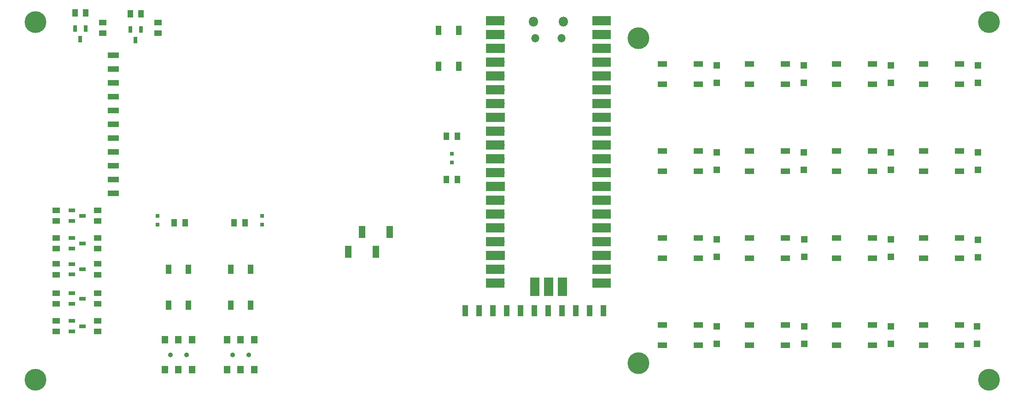
<source format=gbr>
%TF.GenerationSoftware,KiCad,Pcbnew,7.0.2-0*%
%TF.CreationDate,2023-10-11T20:45:17-05:00*%
%TF.ProjectId,CowPi-mk4b,436f7750-692d-46d6-9b34-622e6b696361,mk4b*%
%TF.SameCoordinates,Original*%
%TF.FileFunction,Soldermask,Top*%
%TF.FilePolarity,Negative*%
%FSLAX46Y46*%
G04 Gerber Fmt 4.6, Leading zero omitted, Abs format (unit mm)*
G04 Created by KiCad (PCBNEW 7.0.2-0) date 2023-10-11 20:45:17*
%MOMM*%
%LPD*%
G01*
G04 APERTURE LIST*
%ADD10R,1.700000X1.000000*%
%ADD11O,1.800000X1.800000*%
%ADD12O,1.500000X1.500000*%
%ADD13O,1.700000X1.700000*%
%ADD14R,3.500000X1.700000*%
%ADD15R,1.700000X1.700000*%
%ADD16R,1.700000X3.500000*%
%ADD17R,1.250013X0.700000*%
%ADD18R,1.200000X1.200000*%
%ADD19C,4.000000*%
%ADD20R,1.377013X1.132537*%
%ADD21R,1.132537X1.377013*%
%ADD22C,0.900025*%
%ADD23R,1.200000X1.400000*%
%ADD24R,1.000000X1.700000*%
%ADD25R,0.700000X1.250013*%
%ADD26R,0.800000X0.800000*%
%ADD27R,1.000000X2.000000*%
%ADD28R,1.270003X2.200000*%
%ADD29R,2.000000X1.000000*%
G04 APERTURE END LIST*
D10*
%TO.C,U15*%
X213770731Y-86162294D03*
X220370681Y-86162269D03*
X213770731Y-89862701D03*
X220370681Y-89862676D03*
%TD*%
D11*
%TO.C,U45*%
X142055000Y-62360000D03*
D12*
X142355000Y-65390000D03*
X147205000Y-65390000D03*
D11*
X147505000Y-62360000D03*
D13*
X135890000Y-62230000D03*
D14*
X134990000Y-62230000D03*
D13*
X135890000Y-64770000D03*
D14*
X134990000Y-64770000D03*
D15*
X135890000Y-67310000D03*
D14*
X134990000Y-67310000D03*
D13*
X135890000Y-69850000D03*
D14*
X134990000Y-69850000D03*
D13*
X135890000Y-72390000D03*
D14*
X134990000Y-72390000D03*
D13*
X135890000Y-74930000D03*
D14*
X134990000Y-74930000D03*
D13*
X135890000Y-77470000D03*
D14*
X134990000Y-77470000D03*
D15*
X135890000Y-80010000D03*
D14*
X134990000Y-80010000D03*
D13*
X135890000Y-82550000D03*
D14*
X134990000Y-82550000D03*
D13*
X135890000Y-85090000D03*
D14*
X134990000Y-85090000D03*
D13*
X135890000Y-87630000D03*
D14*
X134990000Y-87630000D03*
D13*
X135890000Y-90170000D03*
D14*
X134990000Y-90170000D03*
D15*
X135890000Y-92710000D03*
D14*
X134990000Y-92710000D03*
D13*
X135890000Y-95250000D03*
D14*
X134990000Y-95250000D03*
D13*
X135890000Y-97790000D03*
D14*
X134990000Y-97790000D03*
D13*
X135890000Y-100330000D03*
D14*
X134990000Y-100330000D03*
D13*
X135890000Y-102870000D03*
D14*
X134990000Y-102870000D03*
D15*
X135890000Y-105410000D03*
D14*
X134990000Y-105410000D03*
D13*
X135890000Y-107950000D03*
D14*
X134990000Y-107950000D03*
D13*
X135890000Y-110490000D03*
D14*
X134990000Y-110490000D03*
D13*
X153670000Y-110490000D03*
D14*
X154570000Y-110490000D03*
D13*
X153670000Y-107950000D03*
D14*
X154570000Y-107950000D03*
D15*
X153670000Y-105410000D03*
D14*
X154570000Y-105410000D03*
D13*
X153670000Y-102870000D03*
D14*
X154570000Y-102870000D03*
D13*
X153670000Y-100330000D03*
D14*
X154570000Y-100330000D03*
D13*
X153670000Y-97790000D03*
D14*
X154570000Y-97790000D03*
D13*
X153670000Y-95250000D03*
D14*
X154570000Y-95250000D03*
D15*
X153670000Y-92710000D03*
D14*
X154570000Y-92710000D03*
D13*
X153670000Y-90170000D03*
D14*
X154570000Y-90170000D03*
D13*
X153670000Y-87630000D03*
D14*
X154570000Y-87630000D03*
D13*
X153670000Y-85090000D03*
D14*
X154570000Y-85090000D03*
D13*
X153670000Y-82550000D03*
D14*
X154570000Y-82550000D03*
D15*
X153670000Y-80010000D03*
D14*
X154570000Y-80010000D03*
D13*
X153670000Y-77470000D03*
D14*
X154570000Y-77470000D03*
D13*
X153670000Y-74930000D03*
D14*
X154570000Y-74930000D03*
D13*
X153670000Y-72390000D03*
D14*
X154570000Y-72390000D03*
D13*
X153670000Y-69850000D03*
D14*
X154570000Y-69850000D03*
D15*
X153670000Y-67310000D03*
D14*
X154570000Y-67310000D03*
D13*
X153670000Y-64770000D03*
D14*
X154570000Y-64770000D03*
D13*
X153670000Y-62230000D03*
D14*
X154570000Y-62230000D03*
D13*
X142240000Y-110260000D03*
D16*
X142240000Y-111160000D03*
D15*
X144780000Y-110260000D03*
D16*
X144780000Y-111160000D03*
D13*
X147320000Y-110260000D03*
D16*
X147320000Y-111160000D03*
%TD*%
D17*
%TO.C,U42*%
X57150000Y-106950000D03*
X57150000Y-108849924D03*
X59150000Y-107899962D03*
%TD*%
D10*
%TO.C,U7*%
X213770731Y-70162294D03*
X220370681Y-70162269D03*
X213770731Y-73862701D03*
X220370681Y-73862676D03*
%TD*%
D18*
%TO.C,U31*%
X223520000Y-121612561D03*
X223520000Y-118412409D03*
%TD*%
%TO.C,U16*%
X175690706Y-89612561D03*
X175690706Y-86412409D03*
%TD*%
%TO.C,U8*%
X223690706Y-73612561D03*
X223690706Y-70412409D03*
%TD*%
D19*
%TO.C,H4*%
X225720656Y-62442701D03*
%TD*%
D20*
%TO.C,R17*%
X54340000Y-99060000D03*
X54340000Y-97060000D03*
%TD*%
%TO.C,R1*%
X54340000Y-119380000D03*
X54340000Y-117380000D03*
%TD*%
D21*
%TO.C,R13*%
X57740038Y-60799981D03*
X59740038Y-60799981D03*
%TD*%
D20*
%TO.C,R18*%
X61960000Y-97060000D03*
X61960000Y-99060000D03*
%TD*%
D21*
%TO.C,R15*%
X67900038Y-60960000D03*
X69900038Y-60960000D03*
%TD*%
D18*
%TO.C,U12*%
X207690706Y-89612561D03*
X207690706Y-86412409D03*
%TD*%
D19*
%TO.C,H1*%
X50460656Y-128212701D03*
%TD*%
D10*
%TO.C,U17*%
X165770731Y-102162294D03*
X172370681Y-102162269D03*
X165770731Y-105862701D03*
X172370681Y-105862676D03*
%TD*%
D22*
%TO.C,U35*%
X75280318Y-123652650D03*
X78280318Y-123652650D03*
D23*
X74280318Y-126402714D03*
X76780191Y-126402714D03*
X79280064Y-126402714D03*
X74280318Y-120902586D03*
X76780191Y-120902586D03*
X79280064Y-120902586D03*
%TD*%
D24*
%TO.C,U34*%
X90060382Y-107920012D03*
X90060407Y-114519962D03*
X86359975Y-107920012D03*
X86360000Y-114519962D03*
%TD*%
D10*
%TO.C,U13*%
X197770731Y-86162294D03*
X204370681Y-86162269D03*
X197770731Y-89862701D03*
X204370681Y-89862676D03*
%TD*%
D21*
%TO.C,R10*%
X75976998Y-99378658D03*
X77976998Y-99378658D03*
%TD*%
D25*
%TO.C,U46*%
X59690000Y-63609981D03*
X57790076Y-63609981D03*
X58740038Y-65609981D03*
%TD*%
D10*
%TO.C,U26*%
X197770731Y-118162294D03*
X204370681Y-118162269D03*
X197770731Y-121862701D03*
X204370681Y-121862676D03*
%TD*%
D17*
%TO.C,U48*%
X57150000Y-97110038D03*
X57150000Y-99009962D03*
X59150000Y-98060000D03*
%TD*%
D10*
%TO.C,U9*%
X165770731Y-86162294D03*
X172370681Y-86162269D03*
X165770731Y-89862701D03*
X172370681Y-89862676D03*
%TD*%
D20*
%TO.C,R3*%
X54340000Y-114300000D03*
X54340000Y-112300000D03*
%TD*%
D10*
%TO.C,U18*%
X165770731Y-118162294D03*
X172370681Y-118162269D03*
X165770731Y-121862701D03*
X172370681Y-121862676D03*
%TD*%
D25*
%TO.C,U47*%
X69850000Y-63770000D03*
X67950076Y-63770000D03*
X68900038Y-65770000D03*
%TD*%
D18*
%TO.C,U6*%
X207690706Y-73612561D03*
X207690706Y-70412409D03*
%TD*%
D19*
%TO.C,H3*%
X50460656Y-62442701D03*
%TD*%
D10*
%TO.C,U22*%
X181770731Y-118162294D03*
X188370681Y-118162269D03*
X181770731Y-121862701D03*
X188370681Y-121862676D03*
%TD*%
D24*
%TO.C,U33*%
X78630382Y-107920012D03*
X78630407Y-114519962D03*
X74929975Y-107920012D03*
X74930000Y-114519962D03*
%TD*%
D26*
%TO.C,LED2*%
X72965886Y-98108658D03*
X72972744Y-99707592D03*
%TD*%
D20*
%TO.C,R8*%
X61960000Y-102140000D03*
X61960000Y-104140000D03*
%TD*%
D18*
%TO.C,U14*%
X191690706Y-89612561D03*
X191690706Y-86412409D03*
%TD*%
%TO.C,U20*%
X175690706Y-121612561D03*
X175690706Y-118412409D03*
%TD*%
D21*
%TO.C,R9*%
X126013056Y-83440000D03*
X128013056Y-83440000D03*
%TD*%
D20*
%TO.C,R16*%
X73010038Y-64500000D03*
X73010038Y-62500000D03*
%TD*%
D10*
%TO.C,U3*%
X181770731Y-70162294D03*
X188370681Y-70162269D03*
X181770731Y-73862701D03*
X188370681Y-73862676D03*
%TD*%
D24*
%TO.C,U37*%
X128269975Y-64010012D03*
X128270000Y-70609962D03*
X124569568Y-64010012D03*
X124569593Y-70609962D03*
%TD*%
D10*
%TO.C,U1*%
X165770731Y-70162294D03*
X172370681Y-70162269D03*
X165770731Y-73862701D03*
X172370681Y-73862676D03*
%TD*%
D17*
%TO.C,U40*%
X57150000Y-117430038D03*
X57150000Y-119329962D03*
X59150000Y-118380000D03*
%TD*%
D20*
%TO.C,R4*%
X61960000Y-112300000D03*
X61960000Y-114300000D03*
%TD*%
D27*
%TO.C,U38*%
X129501900Y-115531115D03*
X132041905Y-115531115D03*
X134581910Y-115531115D03*
X137121915Y-115531115D03*
X139661920Y-115531115D03*
X142201925Y-115531115D03*
X144741930Y-115531115D03*
X147281935Y-115531115D03*
X149821940Y-115531115D03*
X152361945Y-115531115D03*
X154901950Y-115531115D03*
%TD*%
D10*
%TO.C,U5*%
X197770731Y-70162294D03*
X204370681Y-70162269D03*
X197770731Y-73862701D03*
X204370681Y-73862676D03*
%TD*%
D20*
%TO.C,R7*%
X54340000Y-104140000D03*
X54340000Y-102140000D03*
%TD*%
D18*
%TO.C,U10*%
X223690706Y-89612561D03*
X223690706Y-86412409D03*
%TD*%
D26*
%TO.C,LED3*%
X92118842Y-98109191D03*
X92125700Y-99708125D03*
%TD*%
D21*
%TO.C,R12*%
X128013056Y-91440000D03*
X126013056Y-91440000D03*
%TD*%
D18*
%TO.C,U4*%
X191690706Y-73612561D03*
X191690706Y-70412409D03*
%TD*%
D20*
%TO.C,R6*%
X61960000Y-106899962D03*
X61960000Y-108899962D03*
%TD*%
D10*
%TO.C,U30*%
X213770731Y-118162294D03*
X220370681Y-118162269D03*
X213770731Y-121862701D03*
X220370681Y-121862676D03*
%TD*%
%TO.C,U11*%
X181770731Y-86162294D03*
X188370681Y-86162269D03*
X181770731Y-89862701D03*
X188370681Y-89862676D03*
%TD*%
D20*
%TO.C,R14*%
X62870076Y-64500000D03*
X62870076Y-62500000D03*
%TD*%
D19*
%TO.C,H6*%
X161290000Y-125212701D03*
%TD*%
D20*
%TO.C,R5*%
X54340000Y-108899962D03*
X54340000Y-106899962D03*
%TD*%
D19*
%TO.C,H5*%
X161290000Y-65442701D03*
%TD*%
D28*
%TO.C,J1*%
X107949984Y-104670102D03*
X110489989Y-101069898D03*
X113029995Y-104670102D03*
X115570000Y-101069898D03*
%TD*%
D18*
%TO.C,U19*%
X175690706Y-105612561D03*
X175690706Y-102412409D03*
%TD*%
D21*
%TO.C,R11*%
X89013383Y-99378658D03*
X87013383Y-99378658D03*
%TD*%
D20*
%TO.C,R2*%
X61960000Y-117380000D03*
X61960000Y-119380000D03*
%TD*%
D19*
%TO.C,H2*%
X225720656Y-128212701D03*
%TD*%
D26*
%TO.C,LED1*%
X127016485Y-88239467D03*
X127009627Y-86640533D03*
%TD*%
D18*
%TO.C,U24*%
X191770000Y-105612561D03*
X191770000Y-102412409D03*
%TD*%
%TO.C,U23*%
X191770000Y-121612561D03*
X191770000Y-118412409D03*
%TD*%
D17*
%TO.C,U41*%
X57150000Y-112350038D03*
X57150000Y-114249962D03*
X59150000Y-113300000D03*
%TD*%
D18*
%TO.C,U2*%
X175690706Y-73612561D03*
X175690706Y-70412409D03*
%TD*%
D10*
%TO.C,U25*%
X197770731Y-102162294D03*
X204370681Y-102162269D03*
X197770731Y-105862701D03*
X204370681Y-105862676D03*
%TD*%
D22*
%TO.C,U36*%
X86710318Y-123652650D03*
X89710318Y-123652650D03*
D23*
X85710318Y-126402714D03*
X88210191Y-126402714D03*
X90710064Y-126402714D03*
X85710318Y-120902586D03*
X88210191Y-120902586D03*
X90710064Y-120902586D03*
%TD*%
D10*
%TO.C,U21*%
X181770731Y-102162294D03*
X188370681Y-102162269D03*
X181770731Y-105862701D03*
X188370681Y-105862676D03*
%TD*%
D18*
%TO.C,U27*%
X207690706Y-105612561D03*
X207690706Y-102412409D03*
%TD*%
%TO.C,U28*%
X207690706Y-121612561D03*
X207690706Y-118412409D03*
%TD*%
%TO.C,U32*%
X223690706Y-105740076D03*
X223690706Y-102539924D03*
%TD*%
D29*
%TO.C,U39*%
X64770000Y-68579985D03*
X64770000Y-71119990D03*
X64770000Y-73659995D03*
X64770000Y-76200000D03*
X64770000Y-78740005D03*
X64770000Y-81280010D03*
X64770000Y-83820015D03*
X64770000Y-86360020D03*
X64770000Y-88900025D03*
X64770000Y-91440030D03*
X64770000Y-93980035D03*
%TD*%
D10*
%TO.C,U29*%
X213770731Y-102162294D03*
X220370681Y-102162269D03*
X213770731Y-105862701D03*
X220370681Y-105862676D03*
%TD*%
D17*
%TO.C,U43*%
X57150000Y-102190038D03*
X57150000Y-104089962D03*
X59150000Y-103140000D03*
%TD*%
M02*

</source>
